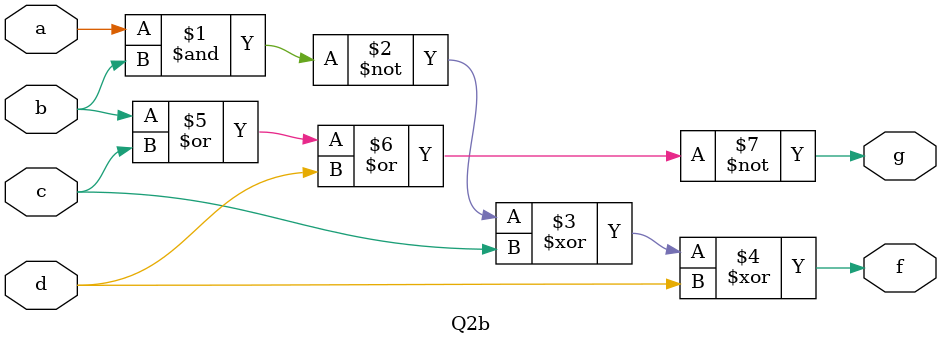
<source format=v>
module Q2b(a, b, c, d, f, g);
   input a, b, c, d;
   output f, g;
   assign f = (~(a&b))^c^d;
   assign g = ~((b | c) | d);
endmodule
</source>
